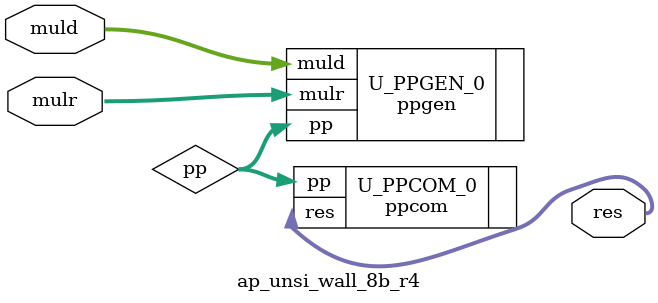
<source format=v>
module ap_unsi_wall_8b_r4 (
    input  [7:0] muld,
    input  [7:0] mulr,
    
    output [15:0] res
);

wire [63:0] pp;

ppgen #(
    .DW                             ( 8                             ))
U_PPGEN_0(
    .muld                           ( muld                          ),
    .mulr                           ( mulr                          ),
    .pp                             ( pp                            )
);


ppcom U_PPCOM_0(
    .pp                             ( pp                            ),
    .res                            ( res                           )
);


endmodule

</source>
